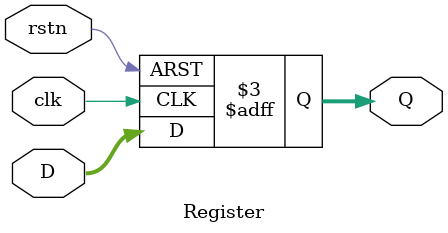
<source format=v>
module Register(clk, rstn, D, Q);
	input wire clk, rstn;
	input wire [7:0] D;
	output reg [7:0] Q;
	
	always@(posedge clk, negedge rstn) 
	begin
		if(rstn == 0)
			Q <= 8'b00000000;
		else
			Q <= D;
	end
	
endmodule

</source>
